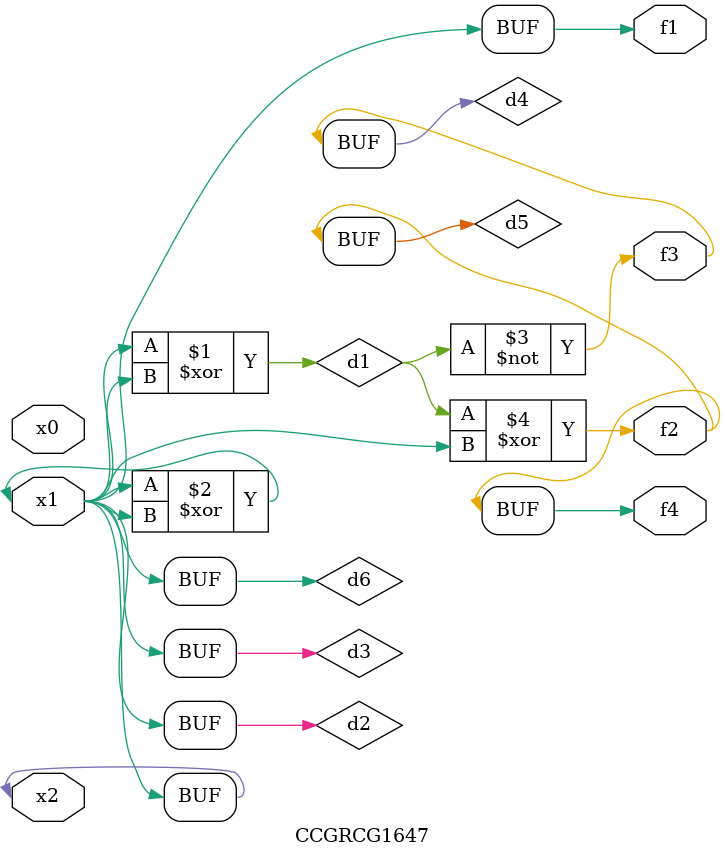
<source format=v>
module CCGRCG1647(
	input x0, x1, x2,
	output f1, f2, f3, f4
);

	wire d1, d2, d3, d4, d5, d6;

	xor (d1, x1, x2);
	buf (d2, x1, x2);
	xor (d3, x1, x2);
	nor (d4, d1);
	xor (d5, d1, d2);
	buf (d6, d2, d3);
	assign f1 = d6;
	assign f2 = d5;
	assign f3 = d4;
	assign f4 = d5;
endmodule

</source>
